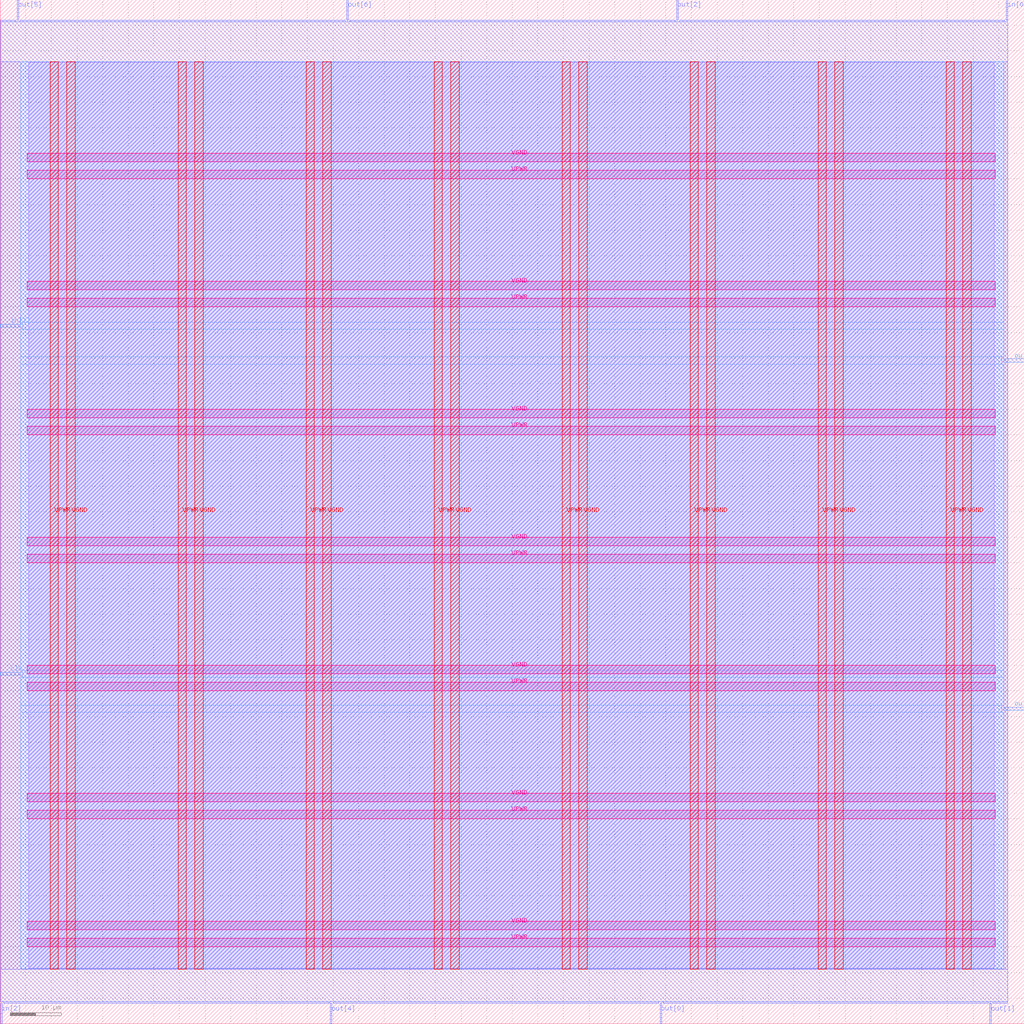
<source format=lef>
VERSION 5.7 ;
  NOWIREEXTENSIONATPIN ON ;
  DIVIDERCHAR "/" ;
  BUSBITCHARS "[]" ;
MACRO pes_decoder
  CLASS BLOCK ;
  FOREIGN pes_decoder ;
  ORIGIN 0.000 0.000 ;
  SIZE 200.000 BY 200.000 ;
  PIN VGND
    DIRECTION INOUT ;
    USE GROUND ;
    PORT
      LAYER met4 ;
        RECT 13.020 10.640 14.620 187.920 ;
    END
    PORT
      LAYER met4 ;
        RECT 38.020 10.640 39.620 187.920 ;
    END
    PORT
      LAYER met4 ;
        RECT 63.020 10.640 64.620 187.920 ;
    END
    PORT
      LAYER met4 ;
        RECT 88.020 10.640 89.620 187.920 ;
    END
    PORT
      LAYER met4 ;
        RECT 113.020 10.640 114.620 187.920 ;
    END
    PORT
      LAYER met4 ;
        RECT 138.020 10.640 139.620 187.920 ;
    END
    PORT
      LAYER met4 ;
        RECT 163.020 10.640 164.620 187.920 ;
    END
    PORT
      LAYER met4 ;
        RECT 188.020 10.640 189.620 187.920 ;
    END
    PORT
      LAYER met5 ;
        RECT 5.280 18.380 194.360 19.980 ;
    END
    PORT
      LAYER met5 ;
        RECT 5.280 43.380 194.360 44.980 ;
    END
    PORT
      LAYER met5 ;
        RECT 5.280 68.380 194.360 69.980 ;
    END
    PORT
      LAYER met5 ;
        RECT 5.280 93.380 194.360 94.980 ;
    END
    PORT
      LAYER met5 ;
        RECT 5.280 118.380 194.360 119.980 ;
    END
    PORT
      LAYER met5 ;
        RECT 5.280 143.380 194.360 144.980 ;
    END
    PORT
      LAYER met5 ;
        RECT 5.280 168.380 194.360 169.980 ;
    END
  END VGND
  PIN VPWR
    DIRECTION INOUT ;
    USE POWER ;
    PORT
      LAYER met4 ;
        RECT 9.720 10.640 11.320 187.920 ;
    END
    PORT
      LAYER met4 ;
        RECT 34.720 10.640 36.320 187.920 ;
    END
    PORT
      LAYER met4 ;
        RECT 59.720 10.640 61.320 187.920 ;
    END
    PORT
      LAYER met4 ;
        RECT 84.720 10.640 86.320 187.920 ;
    END
    PORT
      LAYER met4 ;
        RECT 109.720 10.640 111.320 187.920 ;
    END
    PORT
      LAYER met4 ;
        RECT 134.720 10.640 136.320 187.920 ;
    END
    PORT
      LAYER met4 ;
        RECT 159.720 10.640 161.320 187.920 ;
    END
    PORT
      LAYER met4 ;
        RECT 184.720 10.640 186.320 187.920 ;
    END
    PORT
      LAYER met5 ;
        RECT 5.280 15.080 194.360 16.680 ;
    END
    PORT
      LAYER met5 ;
        RECT 5.280 40.080 194.360 41.680 ;
    END
    PORT
      LAYER met5 ;
        RECT 5.280 65.080 194.360 66.680 ;
    END
    PORT
      LAYER met5 ;
        RECT 5.280 90.080 194.360 91.680 ;
    END
    PORT
      LAYER met5 ;
        RECT 5.280 115.080 194.360 116.680 ;
    END
    PORT
      LAYER met5 ;
        RECT 5.280 140.080 194.360 141.680 ;
    END
    PORT
      LAYER met5 ;
        RECT 5.280 165.080 194.360 166.680 ;
    END
  END VPWR
  PIN clk
    DIRECTION INPUT ;
    USE SIGNAL ;
    ANTENNAGATEAREA 0.852000 ;
    PORT
      LAYER met3 ;
        RECT 0.000 68.040 4.000 68.640 ;
    END
  END clk
  PIN in[0]
    DIRECTION INPUT ;
    USE SIGNAL ;
    ANTENNAGATEAREA 0.213000 ;
    PORT
      LAYER met2 ;
        RECT 196.510 196.000 196.790 200.000 ;
    END
  END in[0]
  PIN in[1]
    DIRECTION INPUT ;
    USE SIGNAL ;
    ANTENNAGATEAREA 0.213000 ;
    PORT
      LAYER met3 ;
        RECT 0.000 136.040 4.000 136.640 ;
    END
  END in[1]
  PIN in[2]
    DIRECTION INPUT ;
    USE SIGNAL ;
    ANTENNAGATEAREA 0.213000 ;
    PORT
      LAYER met2 ;
        RECT 0.090 0.000 0.370 4.000 ;
    END
  END in[2]
  PIN out[0]
    DIRECTION OUTPUT TRISTATE ;
    USE SIGNAL ;
    ANTENNADIFFAREA 0.340600 ;
    PORT
      LAYER met2 ;
        RECT 128.890 0.000 129.170 4.000 ;
    END
  END out[0]
  PIN out[1]
    DIRECTION OUTPUT TRISTATE ;
    USE SIGNAL ;
    ANTENNADIFFAREA 0.340600 ;
    PORT
      LAYER met2 ;
        RECT 193.290 0.000 193.570 4.000 ;
    END
  END out[1]
  PIN out[2]
    DIRECTION OUTPUT TRISTATE ;
    USE SIGNAL ;
    ANTENNADIFFAREA 0.340600 ;
    PORT
      LAYER met2 ;
        RECT 132.110 196.000 132.390 200.000 ;
    END
  END out[2]
  PIN out[3]
    DIRECTION OUTPUT TRISTATE ;
    USE SIGNAL ;
    ANTENNADIFFAREA 0.340600 ;
    PORT
      LAYER met3 ;
        RECT 196.000 129.240 200.000 129.840 ;
    END
  END out[3]
  PIN out[4]
    DIRECTION OUTPUT TRISTATE ;
    USE SIGNAL ;
    ANTENNADIFFAREA 0.340600 ;
    PORT
      LAYER met2 ;
        RECT 64.490 0.000 64.770 4.000 ;
    END
  END out[4]
  PIN out[5]
    DIRECTION OUTPUT TRISTATE ;
    USE SIGNAL ;
    ANTENNADIFFAREA 0.340600 ;
    PORT
      LAYER met2 ;
        RECT 3.310 196.000 3.590 200.000 ;
    END
  END out[5]
  PIN out[6]
    DIRECTION OUTPUT TRISTATE ;
    USE SIGNAL ;
    ANTENNADIFFAREA 0.340600 ;
    PORT
      LAYER met2 ;
        RECT 67.710 196.000 67.990 200.000 ;
    END
  END out[6]
  PIN out[7]
    DIRECTION OUTPUT TRISTATE ;
    USE SIGNAL ;
    ANTENNADIFFAREA 0.340600 ;
    PORT
      LAYER met3 ;
        RECT 196.000 61.240 200.000 61.840 ;
    END
  END out[7]
  OBS
      LAYER li1 ;
        RECT 5.520 10.795 194.120 187.765 ;
      LAYER met1 ;
        RECT 0.070 10.640 196.810 187.920 ;
      LAYER met2 ;
        RECT 0.100 195.720 3.030 196.000 ;
        RECT 3.870 195.720 67.430 196.000 ;
        RECT 68.270 195.720 131.830 196.000 ;
        RECT 132.670 195.720 196.230 196.000 ;
        RECT 0.100 4.280 196.780 195.720 ;
        RECT 0.650 4.000 64.210 4.280 ;
        RECT 65.050 4.000 128.610 4.280 ;
        RECT 129.450 4.000 193.010 4.280 ;
        RECT 193.850 4.000 196.780 4.280 ;
      LAYER met3 ;
        RECT 4.000 137.040 196.000 187.845 ;
        RECT 4.400 135.640 196.000 137.040 ;
        RECT 4.000 130.240 196.000 135.640 ;
        RECT 4.000 128.840 195.600 130.240 ;
        RECT 4.000 69.040 196.000 128.840 ;
        RECT 4.400 67.640 196.000 69.040 ;
        RECT 4.000 62.240 196.000 67.640 ;
        RECT 4.000 60.840 195.600 62.240 ;
        RECT 4.000 10.715 196.000 60.840 ;
  END
END pes_decoder
END LIBRARY


</source>
